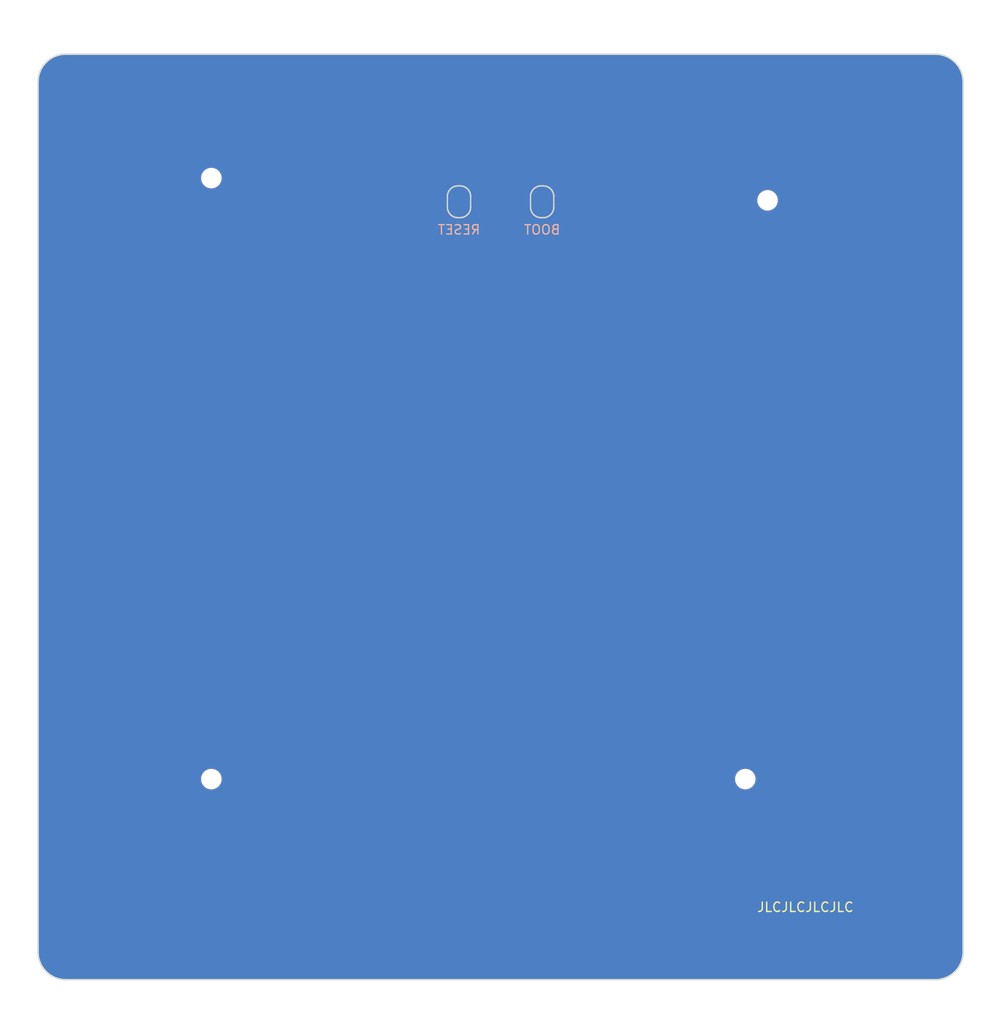
<source format=kicad_pcb>
(kicad_pcb (version 20221018) (generator pcbnew)
  (title_block (title "ISW-GEODE") (rev "1.0"))
  (layers (0 "F.Cu" signal) (31 "B.Cu" signal) (34 "B.Paste" user) (35 "F.Paste" user) (36 "B.SilkS" user "B.Silkscreen") (37 "F.SilkS" user "F.Silkscreen") (38 "B.Mask" user) (39 "F.Mask" user) (44 "Edge.Cuts" user))
  (net 0 "")
  (footprint "kbd_Hole:m2_Screw_Hole_EdgeCuts" (layer "F.Cu") (at 54.044945 102.7375)
    (fp_text reference "Ref04" hide)
    (fp_text value "Val01" hide)
    (fp_circle (center 0 0) (end 1.1 0) (stroke (width 0.01)) (fill none) (layer "Edge.Cuts"))
  )
  (footprint "kbd_Hole:m2_Screw_Hole_EdgeCuts" (layer "F.Cu") (at 111.194945 102.7375)
    (fp_text reference "Ref03" hide)
    (fp_text value "Val01" hide)
    (fp_circle (center 0 0) (end 1.1 0) (stroke (width 0.01)) (fill none) (layer "Edge.Cuts"))
  )
  (footprint "kbd_Hole:m2_Screw_Hole_EdgeCuts" (layer "F.Cu") (at 113.576245 40.825)
    (fp_text reference "Ref02" hide)
    (fp_text value "Val01" hide)
    (fp_circle (center 0 0) (end 1.1 0) (stroke (width 0.01)) (fill none) (layer "Edge.Cuts"))
  )
  (footprint "kbd_Hole:m2_Screw_Hole_EdgeCuts" (layer "F.Cu") (at 54.044945 38.4437)
    (fp_text reference "Ref01" hide)
    (fp_text value "Val01" hide)
    (fp_circle (center 0 0) (end 1.1 0) (stroke (width 0.01)) (fill none) (layer "Edge.Cuts"))
  )
  (gr_line (start 88.227689 41.773542) (end 88.217809 41.717803) (stroke (width 0.15)) (layer "Edge.Cuts"))
  (gr_line (start 79.306291 41.603501) (end 79.304525 41.545301) (stroke (width 0.15)) (layer "Edge.Cuts"))
  (gr_line (start 90.285428 42.419828) (end 90.242391 42.453345) (stroke (width 0.15)) (layer "Edge.Cuts"))
  (gr_line (start 81.791963 41.661008) (end 81.784906 41.717803) (stroke (width 0.15)) (layer "Edge.Cuts"))
  (gr_line (start 90.674882 41.773542) (end 90.662187 41.828221) (stroke (width 0.15)) (layer "Edge.Cuts"))
  (gr_line (start 88.948408 42.609626) (end 88.896901 42.589513) (stroke (width 0.15)) (layer "Edge.Cuts"))
  (gr_line (start 35.734415 122.379236) (end 35.681208 122.244387) (stroke (width 0.15)) (layer "Edge.Cuts"))
  (gr_line (start 80.892736 42.65548) (end 80.836995 42.665711) (stroke (width 0.15)) (layer "Edge.Cuts"))
  (gr_line (start 90.64702 41.882199) (end 90.62903 41.934764) (stroke (width 0.15)) (layer "Edge.Cuts"))
  (gr_line (start 89.680414 42.672769) (end 89.622911 42.676999) (stroke (width 0.15)) (layer "Edge.Cuts"))
  (gr_line (start 134.208683 122.51078) (end 134.143083 122.638832) (stroke (width 0.15)) (layer "Edge.Cuts"))
  (gr_line (start 89.222162 39.2847) (end 89.279664 39.280469) (stroke (width 0.15)) (layer "Edge.Cuts"))
  (gr_line (start 134.143083 26.748461) (end 134.208683 26.876516) (stroke (width 0.15)) (layer "Edge.Cuts"))
  (gr_line (start 80.048539 39.347494) (end 80.101102 39.329852) (stroke (width 0.15)) (layer "Edge.Cuts"))
  (gr_line (start 133.308412 123.603283) (end 133.191953 123.68612) (stroke (width 0.15)) (layer "Edge.Cuts"))
  (gr_line (start 38.018833 124.159393) (end 37.872629 124.133255) (stroke (width 0.15)) (layer "Edge.Cuts"))
  (gr_line (start 80.438005 42.678767) (end 80.379445 42.676999) (stroke (width 0.15)) (layer "Edge.Cuts"))
  (gr_line (start 80.265493 39.291757) (end 80.322294 39.2847) (stroke (width 0.15)) (layer "Edge.Cuts"))
  (gr_line (start 133.823288 123.112379) (end 133.729925 123.220164) (stroke (width 0.15)) (layer "Edge.Cuts"))
  (gr_line (start 79.498205 42.178887) (end 79.468923 42.132669) (stroke (width 0.15)) (layer "Edge.Cuts"))
  (gr_line (start 89.054948 42.642779) (end 89.00097 42.627616) (stroke (width 0.15)) (layer "Edge.Cuts"))
  (gr_line (start 36.179393 26.274911) (end 36.272769 26.167127) (stroke (width 0.15)) (layer "Edge.Cuts"))
  (gr_line (start 90.69217 41.661008) (end 90.684762 41.717803) (stroke (width 0.15)) (layer "Edge.Cuts"))
  (gr_line (start 80.836995 39.291757) (end 80.892736 39.301987) (stroke (width 0.15)) (layer "Edge.Cuts"))
  (gr_line (start 79.529954 39.734131) (end 79.563466 39.691442) (stroke (width 0.15)) (layer "Edge.Cuts"))
  (gr_line (start 89.954168 42.609626) (end 89.90125 42.627616) (stroke (width 0.15)) (layer "Edge.Cuts"))
  (gr_line (start 88.846811 39.390532) (end 88.896901 39.367955) (stroke (width 0.15)) (layer "Edge.Cuts"))
  (gr_line (start 36.474315 123.421702) (end 36.371146 123.323335) (stroke (width 0.15)) (layer "Edge.Cuts"))
  (gr_line (start 88.341279 39.872067) (end 88.368799 39.824444) (stroke (width 0.15)) (layer "Edge.Cuts"))
  (gr_line (start 37.183705 123.900578) (end 37.055649 123.834955) (stroke (width 0.15)) (layer "Edge.Cuts"))
  (gr_line (start 133.308412 25.78402) (end 133.420626 25.872218) (stroke (width 0.15)) (layer "Edge.Cuts"))
  (gr_line (start 79.340509 40.128891) (end 79.35568 40.075268) (stroke (width 0.15)) (layer "Edge.Cuts"))
  (gr_line (start 90.662187 40.128891) (end 90.674882 40.183926) (stroke (width 0.15)) (layer "Edge.Cuts"))
  (gr_line (start 79.563466 42.266027) (end 79.529954 42.223336) (stroke (width 0.15)) (layer "Edge.Cuts"))
  (gr_line (start 88.273546 40.022703) (end 88.293657 39.971205) (stroke (width 0.15)) (layer "Edge.Cuts"))
  (gr_line (start 132.273536 124.100069) (end 132.129831 124.133255) (stroke (width 0.15)) (layer "Edge.Cuts"))
  (gr_line (start 79.850625 42.514371) (end 79.804414 42.485093) (stroke (width 0.15)) (layer "Edge.Cuts"))
  (gr_line (start 131.684069 124.189773) (end 131.531222 124.193641) (stroke (width 0.15)) (layer "Edge.Cuts"))
  (gr_line (start 89.622911 39.280469) (end 89.680414 39.2847) (stroke (width 0.15)) (layer "Edge.Cuts"))
  (gr_line (start 88.20617 40.35361) (end 88.210401 40.296459) (stroke (width 0.15)) (layer "Edge.Cuts"))
  (gr_line (start 88.341279 42.085401) (end 88.316232 42.036357) (stroke (width 0.15)) (layer "Edge.Cuts"))
  (gr_line (start 36.810752 25.701185) (end 36.93126 25.623903) (stroke (width 0.15)) (layer "Edge.Cuts"))
  (gr_line (start 80.322294 39.2847) (end 80.379445 39.280469) (stroke (width 0.15)) (layer "Edge.Cuts"))
  (gr_line (start 90.560945 39.872067) (end 90.585992 39.921111) (stroke (width 0.15)) (layer "Edge.Cuts"))
  (gr_line (start 88.240388 41.828221) (end 88.227689 41.773542) (stroke (width 0.15)) (layer "Edge.Cuts"))
  (gr_line (start 36.179404 123.112379) (end 36.091205 123.000166) (stroke (width 0.15)) (layer "Edge.Cuts"))
  (gr_line (start 88.463338 42.266027) (end 88.429826 42.223336) (stroke (width 0.15)) (layer "Edge.Cuts"))
  (gr_line (start 90.662187 41.828221) (end 90.64702 41.882199) (stroke (width 0.15)) (layer "Edge.Cuts"))
  (gr_line (start 79.946939 42.566936) (end 79.897901 42.541888) (stroke (width 0.15)) (layer "Edge.Cuts"))
  (gr_line (start 133.528407 25.965593) (end 133.631569 26.063959) (stroke (width 0.15)) (layer "Edge.Cuts"))
  (gr_line (start 134.368061 122.106421) (end 134.321359 122.244387) (stroke (width 0.15)) (layer "Edge.Cuts"))
  (gr_line (start 88.210401 41.661008) (end 88.20617 41.603501) (stroke (width 0.15)) (layer "Edge.Cuts"))
  (gr_line (start 79.636846 42.346456) (end 79.599099 42.307302) (stroke (width 0.15)) (layer "Edge.Cuts"))
  (gr_line (start 79.35568 40.075268) (end 79.373319 40.022703) (stroke (width 0.15)) (layer "Edge.Cuts"))
  (gr_line (start 133.729925 26.167127) (end 133.823288 26.274911) (stroke (width 0.15)) (layer "Edge.Cuts"))
  (gr_line (start 79.32781 40.183926) (end 79.340509 40.128891) (stroke (width 0.15)) (layer "Edge.Cuts"))
  (gr_line (start 134.071556 26.624085) (end 134.143083 26.748461) (stroke (width 0.15)) (layer "Edge.Cuts"))
  (gr_line (start 131.983561 124.159393) (end 131.834911 124.178295) (stroke (width 0.15)) (layer "Edge.Cuts"))
  (gr_line (start 88.217809 41.717803) (end 88.210401 41.661008) (stroke (width 0.15)) (layer "Edge.Cuts"))
  (gr_line (start 90.152074 42.514371) (end 90.104452 42.541888) (stroke (width 0.15)) (layer "Edge.Cuts"))
  (gr_line (start 134.143083 122.638832) (end 134.071556 122.763205) (stroke (width 0.15)) (layer "Edge.Cuts"))
  (gr_line (start 88.368799 39.824444) (end 88.398076 39.778581) (stroke (width 0.15)) (layer "Edge.Cuts"))
  (gr_line (start 81.686132 39.921111) (end 81.708707 39.971205) (stroke (width 0.15)) (layer "Edge.Cuts"))
  (gr_line (start 81.204591 39.415578) (end 81.251863 39.443096) (stroke (width 0.15)) (layer "Edge.Cuts"))
  (gr_line (start 81.708707 41.986262) (end 81.686132 42.036357) (stroke (width 0.15)) (layer "Edge.Cuts"))
  (gr_line (start 79.636846 39.611013) (end 79.676004 39.573264) (stroke (width 0.15)) (layer "Edge.Cuts"))
  (gr_line (start 90.242391 39.504123) (end 90.285428 39.53764) (stroke (width 0.15)) (layer "Edge.Cuts"))
  (gr_line (start 88.463338 39.691442) (end 88.499322 39.650165) (stroke (width 0.15)) (layer "Edge.Cuts"))
  (gr_line (start 37.588066 25.327308) (end 37.72897 25.287264) (stroke (width 0.15)) (layer "Edge.Cuts"))
  (gr_line (start 88.797769 42.541888) (end 88.750497 42.514371) (stroke (width 0.15)) (layer "Edge.Cuts"))
  (gr_line (start 133.420626 123.515081) (end 133.308412 123.603283) (stroke (width 0.15)) (layer "Edge.Cuts"))
  (gr_line (start 81.298078 42.485093) (end 81.251863 42.514371) (stroke (width 0.15)) (layer "Edge.Cuts"))
  (gr_line (start 88.316232 42.036357) (end 88.293657 41.986262) (stroke (width 0.15)) (layer "Edge.Cuts"))
  (gr_line (start 79.897901 39.415578) (end 79.946939 39.390532) (stroke (width 0.15)) (layer "Edge.Cuts"))
  (gr_line (start 133.994291 26.503577) (end 134.071556 26.624085) (stroke (width 0.15)) (layer "Edge.Cuts"))
  (gr_line (start 134.441261 121.821886) (end 134.408091 121.965525) (stroke (width 0.15)) (layer "Edge.Cuts"))
  (gr_line (start 79.304525 41.545301) (end 79.304525 40.412174) (stroke (width 0.15)) (layer "Edge.Cuts"))
  (gr_line (start 81.746808 40.075268) (end 81.761976 40.128891) (stroke (width 0.15)) (layer "Edge.Cuts"))
  (gr_line (start 133.823288 26.274911) (end 133.911472 26.387123) (stroke (width 0.15)) (layer "Edge.Cuts"))
  (gr_line (start 134.268171 122.379236) (end 134.208683 122.51078) (stroke (width 0.15)) (layer "Edge.Cuts"))
  (gr_line (start 79.416356 39.921111) (end 79.441404 39.872067) (stroke (width 0.15)) (layer "Edge.Cuts"))
  (gr_line (start 81.251863 39.443096) (end 81.298078 39.472374) (stroke (width 0.15)) (layer "Edge.Cuts"))
  (gr_line (start 132.414489 25.327308) (end 132.552503 25.374028) (stroke (width 0.15)) (layer "Edge.Cuts"))
  (gr_line (start 80.836995 42.665711) (end 80.780198 42.672769) (stroke (width 0.15)) (layer "Edge.Cuts"))
  (gr_line (start 88.316232 39.921111) (end 88.341279 39.872067) (stroke (width 0.15)) (layer "Edge.Cuts"))
  (gr_line (start 90.326349 39.573264) (end 90.365857 39.611013) (stroke (width 0.15)) (layer "Edge.Cuts"))
  (gr_line (start 80.154725 39.314688) (end 80.209756 39.301987) (stroke (width 0.15)) (layer "Edge.Cuts"))
  (gr_line (start 35.535122 27.711649) (end 35.561257 27.565444) (stroke (width 0.15)) (layer "Edge.Cuts"))
  (gr_line (start 36.27278 123.220164) (end 36.179404 123.112379) (stroke (width 0.15)) (layer "Edge.Cuts"))
  (gr_line (start 131.531222 25.1937) (end 131.684069 25.197568) (stroke (width 0.15)) (layer "Edge.Cuts"))
  (gr_line (start 35.634488 122.106421) (end 35.594443 121.965525) (stroke (width 0.15)) (layer "Edge.Cuts"))
  (gr_line (start 81.572542 42.223336) (end 81.539022 42.266027) (stroke (width 0.15)) (layer "Edge.Cuts"))
  (gr_line (start 36.582086 25.872218) (end 36.694298 25.78402) (stroke (width 0.15)) (layer "Edge.Cuts"))
  (gr_line (start 81.784906 40.239664) (end 81.791963 40.296459) (stroke (width 0.15)) (layer "Edge.Cuts"))
  (gr_line (start 38.318161 25.197568) (end 38.470917 25.1937) (stroke (width 0.15)) (layer "Edge.Cuts"))
  (gr_line (start 90.104452 39.415578) (end 90.152074 39.443096) (stroke (width 0.15)) (layer "Edge.Cuts"))
  (gr_line (start 79.393781 41.986262) (end 79.373319 41.934764) (stroke (width 0.15)) (layer "Edge.Cuts"))
  (gr_line (start 90.403257 39.650165) (end 90.438882 39.691442) (stroke (width 0.15)) (layer "Edge.Cuts"))
  (gr_line (start 79.310525 41.661008) (end 79.306291 41.603501) (stroke (width 0.15)) (layer "Edge.Cuts"))
  (gr_line (start 81.155553 42.566936) (end 81.105459 42.589513) (stroke (width 0.15)) (layer "Edge.Cuts"))
  (gr_line (start 81.796193 41.603501) (end 81.791963 41.661008) (stroke (width 0.15)) (layer "Edge.Cuts"))
  (gr_line (start 90.69217 40.296459) (end 90.696401 40.35361) (stroke (width 0.15)) (layer "Edge.Cuts"))
  (gr_line (start 80.780198 42.672769) (end 80.72305 42.676999) (stroke (width 0.15)) (layer "Edge.Cuts"))
  (gr_line (start 89.792951 42.65548) (end 89.737211 42.665711) (stroke (width 0.15)) (layer "Edge.Cuts"))
  (gr_line (start 79.416356 42.036357) (end 79.393781 41.986262) (stroke (width 0.15)) (layer "Edge.Cuts"))
  (gr_line (start 88.660188 42.453345) (end 88.617151 42.419828) (stroke (width 0.15)) (layer "Edge.Cuts"))
  (gr_line (start 79.32781 41.773542) (end 79.317579 41.717803) (stroke (width 0.15)) (layer "Edge.Cuts"))
  (gr_line (start 81.342531 42.453345) (end 81.298078 42.485093) (stroke (width 0.15)) (layer "Edge.Cuts"))
  (gr_line (start 35.500878 121.223647) (end 35.500878 28.163739) (stroke (width 0.15)) (layer "Edge.Cuts"))
  (gr_line (start 80.780198 39.2847) (end 80.836995 39.291757) (stroke (width 0.15)) (layer "Edge.Cuts"))
  (gr_line (start 81.661085 39.872067) (end 81.686132 39.921111) (stroke (width 0.15)) (layer "Edge.Cuts"))
  (gr_line (start 134.497747 28.010984) (end 134.501612 28.163739) (stroke (width 0.15)) (layer "Edge.Cuts"))
  (gr_line (start 80.379445 42.676999) (end 80.322294 42.672769) (stroke (width 0.15)) (layer "Edge.Cuts"))
  (gr_line (start 90.403257 42.307302) (end 90.365857 42.346456) (stroke (width 0.15)) (layer "Edge.Cuts"))
  (gr_line (start 133.071434 123.763407) (end 132.947043 123.834955) (stroke (width 0.15)) (layer "Edge.Cuts"))
  (gr_line (start 36.371134 26.063959) (end 36.474302 25.965593) (stroke (width 0.15)) (layer "Edge.Cuts"))
  (gr_line (start 36.810766 123.68612) (end 36.694312 123.603283) (stroke (width 0.15)) (layer "Edge.Cuts"))
  (gr_line (start 35.931086 122.763205) (end 35.859541 122.638832) (stroke (width 0.15)) (layer "Edge.Cuts"))
  (gr_line (start 38.167402 25.209045) (end 38.318161 25.197568) (stroke (width 0.15)) (layer "Edge.Cuts"))
  (gr_line (start 79.759965 39.504123) (end 79.804414 39.472374) (stroke (width 0.15)) (layer "Edge.Cuts"))
  (gr_line (start 81.46565 42.346456) (end 81.426496 42.384204) (stroke (width 0.15)) (layer "Edge.Cuts"))
  (gr_line (start 80.101102 42.627616) (end 80.048539 42.609626) (stroke (width 0.15)) (layer "Edge.Cuts"))
  (gr_line (start 88.273546 41.934764) (end 88.255555 41.882199) (stroke (width 0.15)) (layer "Edge.Cuts"))
  (gr_line (start 81.503396 42.307302) (end 81.46565 42.346456) (stroke (width 0.15)) (layer "Edge.Cuts"))
  (gr_line (start 90.696401 40.35361) (end 90.697812 40.412174) (stroke (width 0.15)) (layer "Edge.Cuts"))
  (gr_line (start 90.585992 42.036357) (end 90.560945 42.085401) (stroke (width 0.15)) (layer "Edge.Cuts"))
  (gr_line (start 90.197938 39.472374) (end 90.242391 39.504123) (stroke (width 0.15)) (layer "Edge.Cuts"))
  (gr_line (start 79.498205 39.778581) (end 79.529954 39.734131) (stroke (width 0.15)) (layer "Edge.Cuts"))
  (gr_line (start 90.152074 39.443096) (end 90.197938 39.472374) (stroke (width 0.15)) (layer "Edge.Cuts"))
  (gr_line (start 90.326349 42.384204) (end 90.285428 42.419828) (stroke (width 0.15)) (layer "Edge.Cuts"))
  (gr_line (start 90.438882 42.266027) (end 90.403257 42.307302) (stroke (width 0.15)) (layer "Edge.Cuts"))
  (gr_line (start 133.911472 26.387123) (end 133.994291 26.503577) (stroke (width 0.15)) (layer "Edge.Cuts"))
  (gr_line (start 134.497747 121.376385) (end 134.486276 121.527129) (stroke (width 0.15)) (layer "Edge.Cuts"))
  (gr_line (start 79.850625 39.443096) (end 79.897901 39.415578) (stroke (width 0.15)) (layer "Edge.Cuts"))
  (gr_line (start 134.071556 122.763205) (end 133.994291 122.883712) (stroke (width 0.15)) (layer "Edge.Cuts"))
  (gr_line (start 80.209756 42.65548) (end 80.154725 42.642779) (stroke (width 0.15)) (layer "Edge.Cuts"))
  (gr_line (start 81.746808 41.882199) (end 81.729169 41.934764) (stroke (width 0.15)) (layer "Edge.Cuts"))
  (gr_line (start 133.071434 25.623903) (end 133.191953 25.701185) (stroke (width 0.15)) (layer "Edge.Cuts"))
  (gr_line (start 79.717275 39.53764) (end 79.759965 39.504123) (stroke (width 0.15)) (layer "Edge.Cuts"))
  (gr_line (start 88.575876 42.384204) (end 88.536718 42.346456) (stroke (width 0.15)) (layer "Edge.Cuts"))
  (gr_line (start 79.717275 42.419828) (end 79.676004 42.384204) (stroke (width 0.15)) (layer "Edge.Cuts"))
  (gr_line (start 90.684762 40.239664) (end 90.69217 40.296459) (stroke (width 0.15)) (layer "Edge.Cuts"))
  (gr_line (start 88.293657 41.986262) (end 88.273546 41.934764) (stroke (width 0.15)) (layer "Edge.Cuts"))
  (gr_line (start 81.774675 41.773542) (end 81.761976 41.828221) (stroke (width 0.15)) (layer "Edge.Cuts"))
  (gr_line (start 79.441404 42.085401) (end 79.416356 42.036357) (stroke (width 0.15)) (layer "Edge.Cuts"))
  (gr_line (start 88.217809 40.239664) (end 88.227689 40.183926) (stroke (width 0.15)) (layer "Edge.Cuts"))
  (gr_line (start 88.896901 39.367955) (end 88.948408 39.347494) (stroke (width 0.15)) (layer "Edge.Cuts"))
  (gr_line (start 90.674882 40.183926) (end 90.684762 40.239664) (stroke (width 0.15)) (layer "Edge.Cuts"))
  (gr_line (start 89.279664 42.676999) (end 89.222162 42.672769) (stroke (width 0.15)) (layer "Edge.Cuts"))
  (gr_line (start 89.622911 42.676999) (end 89.564351 42.678767) (stroke (width 0.15)) (layer "Edge.Cuts"))
  (gr_line (start 81.539022 42.266027) (end 81.503396 42.307302) (stroke (width 0.15)) (layer "Edge.Cuts"))
  (gr_line (start 80.154725 42.642779) (end 80.101102 42.627616) (stroke (width 0.15)) (layer "Edge.Cuts"))
  (gr_line (start 79.373319 41.934764) (end 79.35568 41.882199) (stroke (width 0.15)) (layer "Edge.Cuts"))
  (gr_line (start 90.055768 39.390532) (end 90.104452 39.415578) (stroke (width 0.15)) (layer "Edge.Cuts"))
  (gr_line (start 134.486276 121.527129) (end 134.467384 121.675692) (stroke (width 0.15)) (layer "Edge.Cuts"))
  (gr_line (start 79.99703 42.589513) (end 79.946939 42.566936) (stroke (width 0.15)) (layer "Edge.Cuts"))
  (gr_line (start 81.539022 39.691442) (end 81.572542 39.734131) (stroke (width 0.15)) (layer "Edge.Cuts"))
  (gr_line (start 89.00097 39.329852) (end 89.054948 39.314688) (stroke (width 0.15)) (layer "Edge.Cuts"))
  (gr_line (start 88.227689 40.183926) (end 88.240388 40.128891) (stroke (width 0.15)) (layer "Edge.Cuts"))
  (gr_line (start 80.947774 42.642779) (end 80.892736 42.65548) (stroke (width 0.15)) (layer "Edge.Cuts"))
  (gr_line (start 88.204408 41.545301) (end 88.204408 40.412174) (stroke (width 0.15)) (layer "Edge.Cuts"))
  (gr_line (start 88.617151 42.419828) (end 88.575876 42.384204) (stroke (width 0.15)) (layer "Edge.Cuts"))
  (gr_line (start 35.634486 27.280891) (end 35.681205 27.142918) (stroke (width 0.15)) (layer "Edge.Cuts"))
  (gr_line (start 90.62903 40.022703) (end 90.64702 40.075268) (stroke (width 0.15)) (layer "Edge.Cuts"))
  (gr_line (start 88.398076 39.778581) (end 88.429826 39.734131) (stroke (width 0.15)) (layer "Edge.Cuts"))
  (gr_line (start 80.438005 39.2787) (end 80.664487 39.2787) (stroke (width 0.15)) (layer "Edge.Cuts"))
  (gr_line (start 90.608568 41.986262) (end 90.585992 42.036357) (stroke (width 0.15)) (layer "Edge.Cuts"))
  (gr_line (start 81.686132 42.036357) (end 81.661085 42.085401) (stroke (width 0.15)) (layer "Edge.Cuts"))
  (gr_line (start 37.872629 124.133255) (end 37.728981 124.100069) (stroke (width 0.15)) (layer "Edge.Cuts"))
  (gr_line (start 79.804414 39.472374) (end 79.850625 39.443096) (stroke (width 0.15)) (layer "Edge.Cuts"))
  (gr_line (start 90.533784 42.132669) (end 90.504148 42.178887) (stroke (width 0.15)) (layer "Edge.Cuts"))
  (gr_line (start 37.728981 124.100069) (end 37.588078 124.060021) (stroke (width 0.15)) (layer "Edge.Cuts"))
  (gr_line (start 79.946939 39.390532) (end 79.99703 39.367955) (stroke (width 0.15)) (layer "Edge.Cuts"))
  (gr_line (start 90.533784 39.824444) (end 90.560945 39.872067) (stroke (width 0.15)) (layer "Edge.Cuts"))
  (gr_line (start 35.504746 28.010984) (end 35.516223 27.860225) (stroke (width 0.15)) (layer "Edge.Cuts"))
  (gr_line (start 81.729169 41.934764) (end 81.708707 41.986262) (stroke (width 0.15)) (layer "Edge.Cuts"))
  (gr_line (start 133.911472 123.000166) (end 133.823288 123.112379) (stroke (width 0.15)) (layer "Edge.Cuts"))
  (gr_line (start 35.793922 122.51078) (end 35.734415 122.379236) (stroke (width 0.15)) (layer "Edge.Cuts"))
  (gr_line (start 89.737211 42.665711) (end 89.680414 42.672769) (stroke (width 0.15)) (layer "Edge.Cuts"))
  (gr_line (start 81.784906 41.717803) (end 81.774675 41.773542) (stroke (width 0.15)) (layer "Edge.Cuts"))
  (gr_line (start 90.560945 42.085401) (end 90.533784 42.132669) (stroke (width 0.15)) (layer "Edge.Cuts"))
  (gr_line (start 81.053956 39.347494) (end 81.105459 39.367955) (stroke (width 0.15)) (layer "Edge.Cuts"))
  (gr_line (start 80.664487 39.2787) (end 80.72305 39.280469) (stroke (width 0.15)) (layer "Edge.Cuts"))
  (gr_line (start 37.055649 123.834955) (end 36.931274 123.763407) (stroke (width 0.15)) (layer "Edge.Cuts"))
  (gr_line (start 131.834911 25.209045) (end 131.983561 25.227945) (stroke (width 0.15)) (layer "Edge.Cuts"))
  (gr_line (start 133.420626 25.872218) (end 133.528407 25.965593) (stroke (width 0.15)) (layer "Edge.Cuts"))
  (gr_line (start 89.279664 39.280469) (end 89.337869 39.2787) (stroke (width 0.15)) (layer "Edge.Cuts"))
  (gr_line (start 89.054948 39.314688) (end 89.109628 39.301987) (stroke (width 0.15)) (layer "Edge.Cuts"))
  (gr_line (start 88.398076 42.178887) (end 88.368799 42.132669) (stroke (width 0.15)) (layer "Edge.Cuts"))
  (gr_line (start 80.209756 39.301987) (end 80.265493 39.291757) (stroke (width 0.15)) (layer "Edge.Cuts"))
  (gr_line (start 132.687391 123.960088) (end 132.552503 124.013298) (stroke (width 0.15)) (layer "Edge.Cuts"))
  (gr_line (start 88.704282 42.485093) (end 88.660188 42.453345) (stroke (width 0.15)) (layer "Edge.Cuts"))
  (gr_line (start 80.947774 39.314688) (end 81.00139 39.329852) (stroke (width 0.15)) (layer "Edge.Cuts"))
  (gr_line (start 132.129831 124.133255) (end 131.983561 124.159393) (stroke (width 0.15)) (layer "Edge.Cuts"))
  (gr_line (start 88.896901 42.589513) (end 88.846811 42.566936) (stroke (width 0.15)) (layer "Edge.Cuts"))
  (gr_line (start 35.516223 121.527129) (end 35.504746 121.376385) (stroke (width 0.15)) (layer "Edge.Cuts"))
  (gr_line (start 79.317579 41.717803) (end 79.310525 41.661008) (stroke (width 0.15)) (layer "Edge.Cuts"))
  (gr_line (start 90.684762 41.717803) (end 90.674882 41.773542) (stroke (width 0.15)) (layer "Edge.Cuts"))
  (gr_line (start 134.501612 28.163739) (end 134.501612 121.223647) (stroke (width 0.15)) (layer "Edge.Cuts"))
  (gr_line (start 132.414489 124.060021) (end 132.273536 124.100069) (stroke (width 0.15)) (layer "Edge.Cuts"))
  (gr_line (start 35.859541 122.638832) (end 35.793922 122.51078) (stroke (width 0.15)) (layer "Edge.Cuts"))
  (gr_line (start 88.204408 40.412174) (end 88.20617 40.35361) (stroke (width 0.15)) (layer "Edge.Cuts"))
  (gr_line (start 89.564351 42.678767) (end 89.337869 42.678767) (stroke (width 0.15)) (layer "Edge.Cuts"))
  (gr_line (start 79.529954 42.223336) (end 79.498205 42.178887) (stroke (width 0.15)) (layer "Edge.Cuts"))
  (gr_line (start 80.892736 39.301987) (end 80.947774 39.314688) (stroke (width 0.15)) (layer "Edge.Cuts"))
  (gr_line (start 79.340509 41.828221) (end 79.32781 41.773542) (stroke (width 0.15)) (layer "Edge.Cuts"))
  (gr_line (start 90.472749 42.223336) (end 90.438882 42.266027) (stroke (width 0.15)) (layer "Edge.Cuts"))
  (gr_line (start 36.582099 123.515081) (end 36.474315 123.421702) (stroke (width 0.15)) (layer "Edge.Cuts"))
  (gr_line (start 134.268171 27.008064) (end 134.321359 27.142918) (stroke (width 0.15)) (layer "Edge.Cuts"))
  (gr_line (start 79.35568 41.882199) (end 79.340509 41.828221) (stroke (width 0.15)) (layer "Edge.Cuts"))
  (gr_line (start 81.503396 39.650165) (end 81.539022 39.691442) (stroke (width 0.15)) (layer "Edge.Cuts"))
  (gr_line (start 89.00097 42.627616) (end 88.948408 42.609626) (stroke (width 0.15)) (layer "Edge.Cuts"))
  (gr_line (start 79.563466 39.691442) (end 79.599099 39.650165) (stroke (width 0.15)) (layer "Edge.Cuts"))
  (gr_line (start 90.504148 39.778581) (end 90.533784 39.824444) (stroke (width 0.15)) (layer "Edge.Cuts"))
  (gr_line (start 90.242391 42.453345) (end 90.197938 42.485093) (stroke (width 0.15)) (layer "Edge.Cuts"))
  (gr_line (start 81.633565 39.824444) (end 81.661085 39.872067) (stroke (width 0.15)) (layer "Edge.Cuts"))
  (gr_line (start 88.536718 39.611013) (end 88.575876 39.573264) (stroke (width 0.15)) (layer "Edge.Cuts"))
  (gr_line (start 38.318164 124.189773) (end 38.167407 124.178295) (stroke (width 0.15)) (layer "Edge.Cuts"))
  (gr_line (start 36.272769 26.167127) (end 36.371134 26.063959) (stroke (width 0.15)) (layer "Edge.Cuts"))
  (gr_line (start 90.608568 39.971205) (end 90.62903 40.022703) (stroke (width 0.15)) (layer "Edge.Cuts"))
  (gr_line (start 81.298078 39.472374) (end 81.342531 39.504123) (stroke (width 0.15)) (layer "Edge.Cuts"))
  (gr_line (start 81.426496 42.384204) (end 81.385217 42.419828) (stroke (width 0.15)) (layer "Edge.Cuts"))
  (gr_line (start 35.594443 121.965525) (end 35.561259 121.821886) (stroke (width 0.15)) (layer "Edge.Cuts"))
  (gr_line (start 89.109628 42.65548) (end 89.054948 42.642779) (stroke (width 0.15)) (layer "Edge.Cuts"))
  (gr_line (start 88.750497 39.443096) (end 88.797769 39.415578) (stroke (width 0.15)) (layer "Edge.Cuts"))
  (gr_line (start 90.005319 39.367955) (end 90.055768 39.390532) (stroke (width 0.15)) (layer "Edge.Cuts"))
  (gr_line (start 38.470917 124.193641) (end 38.318164 124.189773) (stroke (width 0.15)) (layer "Edge.Cuts"))
  (gr_line (start 37.450106 124.013298) (end 37.315253 123.960088) (stroke (width 0.15)) (layer "Edge.Cuts"))
  (gr_line (start 89.737211 39.291757) (end 89.792951 39.301987) (stroke (width 0.15)) (layer "Edge.Cuts"))
  (gr_line (start 81.426496 39.573264) (end 81.46565 39.611013) (stroke (width 0.15)) (layer "Edge.Cuts"))
  (gr_line (start 81.633565 42.132669) (end 81.604287 42.178887) (stroke (width 0.15)) (layer "Edge.Cuts"))
  (gr_line (start 81.604287 39.778581) (end 81.633565 39.824444) (stroke (width 0.15)) (layer "Edge.Cuts"))
  (gr_line (start 89.792951 39.301987) (end 89.847631 39.314688) (stroke (width 0.15)) (layer "Edge.Cuts"))
  (gr_line (start 90.365857 39.611013) (end 90.403257 39.650165) (stroke (width 0.15)) (layer "Edge.Cuts"))
  (gr_line (start 81.385217 42.419828) (end 81.342531 42.453345) (stroke (width 0.15)) (layer "Edge.Cuts"))
  (gr_line (start 36.008361 26.503577) (end 36.091195 26.387123) (stroke (width 0.15)) (layer "Edge.Cuts"))
  (gr_line (start 37.872619 25.25408) (end 38.018826 25.227945) (stroke (width 0.15)) (layer "Edge.Cuts"))
  (gr_line (start 80.048539 42.609626) (end 79.99703 42.589513) (stroke (width 0.15)) (layer "Edge.Cuts"))
  (gr_line (start 35.859535 26.748461) (end 35.931079 26.624085) (stroke (width 0.15)) (layer "Edge.Cuts"))
  (gr_line (start 134.408091 121.965525) (end 134.368061 122.106421) (stroke (width 0.15)) (layer "Edge.Cuts"))
  (gr_line (start 37.450093 25.374028) (end 37.588066 25.327308) (stroke (width 0.15)) (layer "Edge.Cuts"))
  (gr_line (start 81.385217 39.53764) (end 81.426496 39.573264) (stroke (width 0.15)) (layer "Edge.Cuts"))
  (gr_line (start 133.528407 123.421702) (end 133.420626 123.515081) (stroke (width 0.15)) (layer "Edge.Cuts"))
  (gr_line (start 133.729925 123.220164) (end 133.631569 123.323335) (stroke (width 0.15)) (layer "Edge.Cuts"))
  (gr_line (start 79.317579 40.239664) (end 79.32781 40.183926) (stroke (width 0.15)) (layer "Edge.Cuts"))
  (gr_line (start 134.321359 27.142918) (end 134.368061 27.280891) (stroke (width 0.15)) (layer "Edge.Cuts"))
  (gr_line (start 79.676004 39.573264) (end 79.717275 39.53764) (stroke (width 0.15)) (layer "Edge.Cuts"))
  (gr_line (start 37.315239 25.427234) (end 37.450093 25.374028) (stroke (width 0.15)) (layer "Edge.Cuts"))
  (gr_line (start 132.552503 124.013298) (end 132.414489 124.060021) (stroke (width 0.15)) (layer "Edge.Cuts"))
  (gr_line (start 88.536718 42.346456) (end 88.499322 42.307302) (stroke (width 0.15)) (layer "Edge.Cuts"))
  (gr_line (start 35.561259 121.821886) (end 35.535123 121.675692) (stroke (width 0.15)) (layer "Edge.Cuts"))
  (gr_line (start 79.468923 39.824444) (end 79.498205 39.778581) (stroke (width 0.15)) (layer "Edge.Cuts"))
  (gr_line (start 88.575876 39.573264) (end 88.617151 39.53764) (stroke (width 0.15)) (layer "Edge.Cuts"))
  (gr_line (start 36.931274 123.763407) (end 36.810766 123.68612) (stroke (width 0.15)) (layer "Edge.Cuts"))
  (gr_line (start 79.310525 40.296459) (end 79.317579 40.239664) (stroke (width 0.15)) (layer "Edge.Cuts"))
  (gr_line (start 81.204591 42.541888) (end 81.155553 42.566936) (stroke (width 0.15)) (layer "Edge.Cuts"))
  (gr_line (start 89.680414 39.2847) (end 89.737211 39.291757) (stroke (width 0.15)) (layer "Edge.Cuts"))
  (gr_line (start 79.441404 39.872067) (end 79.468923 39.824444) (stroke (width 0.15)) (layer "Edge.Cuts"))
  (gr_line (start 79.304525 40.412174) (end 79.306291 40.35361) (stroke (width 0.15)) (layer "Edge.Cuts"))
  (gr_line (start 88.255555 40.075268) (end 88.273546 40.022703) (stroke (width 0.15)) (layer "Edge.Cuts"))
  (gr_line (start 89.847631 39.314688) (end 89.90125 39.329852) (stroke (width 0.15)) (layer "Edge.Cuts"))
  (gr_line (start 90.64702 40.075268) (end 90.662187 40.128891) (stroke (width 0.15)) (layer "Edge.Cuts"))
  (gr_line (start 89.90125 39.329852) (end 89.954168 39.347494) (stroke (width 0.15)) (layer "Edge.Cuts"))
  (gr_line (start 90.62903 41.934764) (end 90.608568 41.986262) (stroke (width 0.15)) (layer "Edge.Cuts"))
  (gr_line (start 89.222162 42.672769) (end 89.165365 42.665711) (stroke (width 0.15)) (layer "Edge.Cuts"))
  (gr_line (start 88.368799 42.132669) (end 88.341279 42.085401) (stroke (width 0.15)) (layer "Edge.Cuts"))
  (gr_line (start 134.408091 27.421795) (end 134.441261 27.565444) (stroke (width 0.15)) (layer "Edge.Cuts"))
  (gr_line (start 35.504746 121.376385) (end 35.500878 121.223647) (stroke (width 0.15)) (layer "Edge.Cuts"))
  (gr_line (start 90.104452 42.541888) (end 90.055768 42.566936) (stroke (width 0.15)) (layer "Edge.Cuts"))
  (gr_line (start 132.552503 25.374028) (end 132.687391 25.427234) (stroke (width 0.15)) (layer "Edge.Cuts"))
  (gr_line (start 36.93126 25.623903) (end 37.055635 25.552358) (stroke (width 0.15)) (layer "Edge.Cuts"))
  (gr_line (start 80.72305 42.676999) (end 80.664487 42.678767) (stroke (width 0.15)) (layer "Edge.Cuts"))
  (gr_line (start 89.165365 42.665711) (end 89.109628 42.65548) (stroke (width 0.15)) (layer "Edge.Cuts"))
  (gr_line (start 79.373319 40.022703) (end 79.393781 39.971205) (stroke (width 0.15)) (layer "Edge.Cuts"))
  (gr_line (start 132.818967 25.48674) (end 132.947043 25.552358) (stroke (width 0.15)) (layer "Edge.Cuts"))
  (gr_line (start 88.429826 39.734131) (end 88.463338 39.691442) (stroke (width 0.15)) (layer "Edge.Cuts"))
  (gr_line (start 134.486276 27.860225) (end 134.497747 28.010984) (stroke (width 0.15)) (layer "Edge.Cuts"))
  (gr_line (start 133.631569 26.063959) (end 133.729925 26.167127) (stroke (width 0.15)) (layer "Edge.Cuts"))
  (gr_line (start 90.055768 42.566936) (end 90.005319 42.589513) (stroke (width 0.15)) (layer "Edge.Cuts"))
  (gr_line (start 81.572542 39.734131) (end 81.604287 39.778581) (stroke (width 0.15)) (layer "Edge.Cuts"))
  (gr_line (start 81.00139 39.329852) (end 81.053956 39.347494) (stroke (width 0.15)) (layer "Edge.Cuts"))
  (gr_line (start 37.183691 25.48674) (end 37.315239 25.427234) (stroke (width 0.15)) (layer "Edge.Cuts"))
  (gr_line (start 88.617151 39.53764) (end 88.660188 39.504123) (stroke (width 0.15)) (layer "Edge.Cuts"))
  (gr_line (start 35.500878 28.163739) (end 35.504746 28.010984) (stroke (width 0.15)) (layer "Edge.Cuts"))
  (gr_line (start 81.661085 42.085401) (end 81.633565 42.132669) (stroke (width 0.15)) (layer "Edge.Cuts"))
  (gr_line (start 35.561257 27.565444) (end 35.594441 27.421795) (stroke (width 0.15)) (layer "Edge.Cuts"))
  (gr_line (start 36.371146 123.323335) (end 36.27278 123.220164) (stroke (width 0.15)) (layer "Edge.Cuts"))
  (gr_line (start 133.631569 123.323335) (end 133.528407 123.421702) (stroke (width 0.15)) (layer "Edge.Cuts"))
  (gr_line (start 89.847631 42.642779) (end 89.792951 42.65548) (stroke (width 0.15)) (layer "Edge.Cuts"))
  (gr_line (start 35.793916 26.876516) (end 35.859535 26.748461) (stroke (width 0.15)) (layer "Edge.Cuts"))
  (gr_line (start 89.337869 39.2787) (end 89.564351 39.2787) (stroke (width 0.15)) (layer "Edge.Cuts"))
  (gr_line (start 88.293657 39.971205) (end 88.316232 39.921111) (stroke (width 0.15)) (layer "Edge.Cuts"))
  (gr_line (start 79.468923 42.132669) (end 79.441404 42.085401) (stroke (width 0.15)) (layer "Edge.Cuts"))
  (gr_line (start 36.091205 123.000166) (end 36.00837 122.883712) (stroke (width 0.15)) (layer "Edge.Cuts"))
  (gr_line (start 79.393781 39.971205) (end 79.416356 39.921111) (stroke (width 0.15)) (layer "Edge.Cuts"))
  (gr_line (start 35.681208 122.244387) (end 35.634488 122.106421) (stroke (width 0.15)) (layer "Edge.Cuts"))
  (gr_line (start 80.664487 42.678767) (end 80.438005 42.678767) (stroke (width 0.15)) (layer "Edge.Cuts"))
  (gr_line (start 131.834911 124.178295) (end 131.684069 124.189773) (stroke (width 0.15)) (layer "Edge.Cuts"))
  (gr_line (start 133.191953 123.68612) (end 133.071434 123.763407) (stroke (width 0.15)) (layer "Edge.Cuts"))
  (gr_line (start 37.72897 25.287264) (end 37.872619 25.25408) (stroke (width 0.15)) (layer "Edge.Cuts"))
  (gr_line (start 80.322294 42.672769) (end 80.265493 42.665711) (stroke (width 0.15)) (layer "Edge.Cuts"))
  (gr_line (start 132.947043 123.834955) (end 132.818967 123.900578) (stroke (width 0.15)) (layer "Edge.Cuts"))
  (gr_line (start 132.129831 25.25408) (end 132.273536 25.287264) (stroke (width 0.15)) (layer "Edge.Cuts"))
  (gr_line (start 88.499322 39.650165) (end 88.536718 39.611013) (stroke (width 0.15)) (layer "Edge.Cuts"))
  (gr_line (start 89.90125 42.627616) (end 89.847631 42.642779) (stroke (width 0.15)) (layer "Edge.Cuts"))
  (gr_line (start 89.954168 39.347494) (end 90.005319 39.367955) (stroke (width 0.15)) (layer "Edge.Cuts"))
  (gr_line (start 79.897901 42.541888) (end 79.850625 42.514371) (stroke (width 0.15)) (layer "Edge.Cuts"))
  (gr_line (start 35.73441 27.008064) (end 35.793916 26.876516) (stroke (width 0.15)) (layer "Edge.Cuts"))
  (gr_line (start 37.055635 25.552358) (end 37.183691 25.48674) (stroke (width 0.15)) (layer "Edge.Cuts"))
  (gr_line (start 80.72305 39.280469) (end 80.780198 39.2847) (stroke (width 0.15)) (layer "Edge.Cuts"))
  (gr_line (start 38.167407 124.178295) (end 38.018833 124.159393) (stroke (width 0.15)) (layer "Edge.Cuts"))
  (gr_line (start 88.499322 42.307302) (end 88.463338 42.266027) (stroke (width 0.15)) (layer "Edge.Cuts"))
  (gr_line (start 38.470986 25.1937) (end 131.531152 25.1937) (stroke (width 0.15)) (layer "Edge.Cuts"))
  (gr_line (start 90.472749 39.734131) (end 90.504148 39.778581) (stroke (width 0.15)) (layer "Edge.Cuts"))
  (gr_line (start 88.797769 39.415578) (end 88.846811 39.390532) (stroke (width 0.15)) (layer "Edge.Cuts"))
  (gr_line (start 88.704282 39.472374) (end 88.750497 39.443096) (stroke (width 0.15)) (layer "Edge.Cuts"))
  (gr_line (start 89.165365 39.291757) (end 89.222162 39.2847) (stroke (width 0.15)) (layer "Edge.Cuts"))
  (gr_line (start 88.255555 41.882199) (end 88.240388 41.828221) (stroke (width 0.15)) (layer "Edge.Cuts"))
  (gr_line (start 37.315253 123.960088) (end 37.183705 123.900578) (stroke (width 0.15)) (layer "Edge.Cuts"))
  (gr_line (start 132.947043 25.552358) (end 133.071434 25.623903) (stroke (width 0.15)) (layer "Edge.Cuts"))
  (gr_line (start 36.474302 25.965593) (end 36.582086 25.872218) (stroke (width 0.15)) (layer "Edge.Cuts"))
  (gr_line (start 134.467384 121.675692) (end 134.441261 121.821886) (stroke (width 0.15)) (layer "Edge.Cuts"))
  (gr_line (start 81.604287 42.178887) (end 81.572542 42.223336) (stroke (width 0.15)) (layer "Edge.Cuts"))
  (gr_line (start 81.251863 42.514371) (end 81.204591 42.541888) (stroke (width 0.15)) (layer "Edge.Cuts"))
  (gr_line (start 131.983561 25.227945) (end 132.129831 25.25408) (stroke (width 0.15)) (layer "Edge.Cuts"))
  (gr_line (start 88.240388 40.128891) (end 88.255555 40.075268) (stroke (width 0.15)) (layer "Edge.Cuts"))
  (gr_line (start 81.155553 39.390532) (end 81.204591 39.415578) (stroke (width 0.15)) (layer "Edge.Cuts"))
  (gr_line (start 81.342531 39.504123) (end 81.385217 39.53764) (stroke (width 0.15)) (layer "Edge.Cuts"))
  (gr_line (start 38.018826 25.227945) (end 38.167402 25.209045) (stroke (width 0.15)) (layer "Edge.Cuts"))
  (gr_line (start 90.005319 42.589513) (end 89.954168 42.609626) (stroke (width 0.15)) (layer "Edge.Cuts"))
  (gr_line (start 79.306291 40.35361) (end 79.310525 40.296459) (stroke (width 0.15)) (layer "Edge.Cuts"))
  (gr_line (start 134.501612 121.223647) (end 134.497747 121.376385) (stroke (width 0.15)) (layer "Edge.Cuts"))
  (gr_line (start 90.697812 41.545301) (end 90.696401 41.603501) (stroke (width 0.15)) (layer "Edge.Cuts"))
  (gr_line (start 90.504148 42.178887) (end 90.472749 42.223336) (stroke (width 0.15)) (layer "Edge.Cuts"))
  (gr_line (start 90.285428 39.53764) (end 90.326349 39.573264) (stroke (width 0.15)) (layer "Edge.Cuts"))
  (gr_line (start 90.696401 41.603501) (end 90.69217 41.661008) (stroke (width 0.15)) (layer "Edge.Cuts"))
  (gr_line (start 35.516223 27.860225) (end 35.535122 27.711649) (stroke (width 0.15)) (layer "Edge.Cuts"))
  (gr_line (start 131.531222 124.193641) (end 38.470917 124.193641) (stroke (width 0.15)) (layer "Edge.Cuts"))
  (gr_line (start 81.105459 39.367955) (end 81.155553 39.390532) (stroke (width 0.15)) (layer "Edge.Cuts"))
  (gr_line (start 134.368061 27.280891) (end 134.408091 27.421795) (stroke (width 0.15)) (layer "Edge.Cuts"))
  (gr_line (start 35.681205 27.142918) (end 35.73441 27.008064) (stroke (width 0.15)) (layer "Edge.Cuts"))
  (gr_line (start 81.774675 40.183926) (end 81.784906 40.239664) (stroke (width 0.15)) (layer "Edge.Cuts"))
  (gr_line (start 81.729169 40.022703) (end 81.746808 40.075268) (stroke (width 0.15)) (layer "Edge.Cuts"))
  (gr_line (start 79.759965 42.453345) (end 79.717275 42.419828) (stroke (width 0.15)) (layer "Edge.Cuts"))
  (gr_line (start 134.467384 27.711649) (end 134.486276 27.860225) (stroke (width 0.15)) (layer "Edge.Cuts"))
  (gr_line (start 79.99703 39.367955) (end 80.048539 39.347494) (stroke (width 0.15)) (layer "Edge.Cuts"))
  (gr_line (start 81.708707 39.971205) (end 81.729169 40.022703) (stroke (width 0.15)) (layer "Edge.Cuts"))
  (gr_line (start 79.599099 39.650165) (end 79.636846 39.611013) (stroke (width 0.15)) (layer "Edge.Cuts"))
  (gr_line (start 80.379445 39.280469) (end 80.438005 39.2787) (stroke (width 0.15)) (layer "Edge.Cuts"))
  (gr_line (start 81.761976 41.828221) (end 81.746808 41.882199) (stroke (width 0.15)) (layer "Edge.Cuts"))
  (gr_line (start 88.210401 40.296459) (end 88.217809 40.239664) (stroke (width 0.15)) (layer "Edge.Cuts"))
  (gr_line (start 133.994291 122.883712) (end 133.911472 123.000166) (stroke (width 0.15)) (layer "Edge.Cuts"))
  (gr_line (start 134.208683 26.876516) (end 134.268171 27.008064) (stroke (width 0.15)) (layer "Edge.Cuts"))
  (gr_line (start 88.660188 39.504123) (end 88.704282 39.472374) (stroke (width 0.15)) (layer "Edge.Cuts"))
  (gr_line (start 35.931079 26.624085) (end 36.008361 26.503577) (stroke (width 0.15)) (layer "Edge.Cuts"))
  (gr_line (start 81.053956 42.609626) (end 81.00139 42.627616) (stroke (width 0.15)) (layer "Edge.Cuts"))
  (gr_line (start 88.20617 41.603501) (end 88.204408 41.545301) (stroke (width 0.15)) (layer "Edge.Cuts"))
  (gr_line (start 81.46565 39.611013) (end 81.503396 39.650165) (stroke (width 0.15)) (layer "Edge.Cuts"))
  (gr_line (start 36.694312 123.603283) (end 36.582099 123.515081) (stroke (width 0.15)) (layer "Edge.Cuts"))
  (gr_line (start 81.00139 42.627616) (end 80.947774 42.642779) (stroke (width 0.15)) (layer "Edge.Cuts"))
  (gr_line (start 79.804414 42.485093) (end 79.759965 42.453345) (stroke (width 0.15)) (layer "Edge.Cuts"))
  (gr_line (start 134.441261 27.565444) (end 134.467384 27.711649) (stroke (width 0.15)) (layer "Edge.Cuts"))
  (gr_line (start 36.091195 26.387123) (end 36.179393 26.274911) (stroke (width 0.15)) (layer "Edge.Cuts"))
  (gr_line (start 89.564351 39.2787) (end 89.622911 39.280469) (stroke (width 0.15)) (layer "Edge.Cuts"))
  (gr_line (start 90.365857 42.346456) (end 90.326349 42.384204) (stroke (width 0.15)) (layer "Edge.Cuts"))
  (gr_line (start 79.599099 42.307302) (end 79.563466 42.266027) (stroke (width 0.15)) (layer "Edge.Cuts"))
  (gr_line (start 81.796193 40.35361) (end 81.797963 40.412174) (stroke (width 0.15)) (layer "Edge.Cuts"))
  (gr_line (start 80.265493 42.665711) (end 80.209756 42.65548) (stroke (width 0.15)) (layer "Edge.Cuts"))
  (gr_line (start 90.585992 39.921111) (end 90.608568 39.971205) (stroke (width 0.15)) (layer "Edge.Cuts"))
  (gr_line (start 79.676004 42.384204) (end 79.636846 42.346456) (stroke (width 0.15)) (layer "Edge.Cuts"))
  (gr_line (start 88.429826 42.223336) (end 88.398076 42.178887) (stroke (width 0.15)) (layer "Edge.Cuts"))
  (gr_line (start 89.337869 42.678767) (end 89.279664 42.676999) (stroke (width 0.15)) (layer "Edge.Cuts"))
  (gr_line (start 88.948408 39.347494) (end 89.00097 39.329852) (stroke (width 0.15)) (layer "Edge.Cuts"))
  (gr_line (start 88.750497 42.514371) (end 88.704282 42.485093) (stroke (width 0.15)) (layer "Edge.Cuts"))
  (gr_line (start 89.109628 39.301987) (end 89.165365 39.291757) (stroke (width 0.15)) (layer "Edge.Cuts"))
  (gr_line (start 35.594441 27.421795) (end 35.634486 27.280891) (stroke (width 0.15)) (layer "Edge.Cuts"))
  (gr_line (start 132.273536 25.287264) (end 132.414489 25.327308) (stroke (width 0.15)) (layer "Edge.Cuts"))
  (gr_line (start 132.687391 25.427234) (end 132.818967 25.48674) (stroke (width 0.15)) (layer "Edge.Cuts"))
  (gr_line (start 90.697812 40.412174) (end 90.697812 41.545301) (stroke (width 0.15)) (layer "Edge.Cuts"))
  (gr_line (start 134.321359 122.244387) (end 134.268171 122.379236) (stroke (width 0.15)) (layer "Edge.Cuts"))
  (gr_line (start 88.846811 42.566936) (end 88.797769 42.541888) (stroke (width 0.15)) (layer "Edge.Cuts"))
  (gr_line (start 81.105459 42.589513) (end 81.053956 42.609626) (stroke (width 0.15)) (layer "Edge.Cuts"))
  (gr_line (start 131.684069 25.197568) (end 131.834911 25.209045) (stroke (width 0.15)) (layer "Edge.Cuts"))
  (gr_line (start 90.197938 42.485093) (end 90.152074 42.514371) (stroke (width 0.15)) (layer "Edge.Cuts"))
  (gr_line (start 81.797963 41.545301) (end 81.796193 41.603501) (stroke (width 0.15)) (layer "Edge.Cuts"))
  (gr_line (start 132.818967 123.900578) (end 132.687391 123.960088) (stroke (width 0.15)) (layer "Edge.Cuts"))
  (gr_line (start 80.101102 39.329852) (end 80.154725 39.314688) (stroke (width 0.15)) (layer "Edge.Cuts"))
  (gr_line (start 81.761976 40.128891) (end 81.774675 40.183926) (stroke (width 0.15)) (layer "Edge.Cuts"))
  (gr_line (start 36.694298 25.78402) (end 36.810752 25.701185) (stroke (width 0.15)) (layer "Edge.Cuts"))
  (gr_line (start 35.535123 121.675692) (end 35.516223 121.527129) (stroke (width 0.15)) (layer "Edge.Cuts"))
  (gr_line (start 36.00837 122.883712) (end 35.931086 122.763205) (stroke (width 0.15)) (layer "Edge.Cuts"))
  (gr_line (start 37.588078 124.060021) (end 37.450106 124.013298) (stroke (width 0.15)) (layer "Edge.Cuts"))
  (gr_line (start 90.438882 39.691442) (end 90.472749 39.734131) (stroke (width 0.15)) (layer "Edge.Cuts"))
  (gr_line (start 81.791963 40.296459) (end 81.796193 40.35361) (stroke (width 0.15)) (layer "Edge.Cuts"))
  (gr_line (start 133.191953 25.701185) (end 133.308412 25.78402) (stroke (width 0.15)) (layer "Edge.Cuts"))
  (gr_line (start 81.797963 40.412174) (end 81.797963 41.545301) (stroke (width 0.15)) (layer "Edge.Cuts"))
  (gr_text "BOOT" (at 89.451082 44.557286) (layer "B.SilkS") (effects (font (size 1 1)) (justify bottom mirror)))
  (gr_text "RESET" (at 80.551065 44.557286) (layer "B.SilkS") (effects (font (size 1 1)) (justify bottom mirror)))
  (gr_text "JLCJLCJLCJLC" (at 112.38562 117.025) (layer "F.SilkS") (effects (font (size 1 1)) (justify left bottom)))
  (zone (net 0) (net_name "") (layers "F&B.Cu") (connect_pads (clearance 0.5)) (min_thickness 0.25) (fill yes (thermal_gap 0.5) (thermal_bridge_width 0.5) (island_removal_mode 1) (island_area_min 10))
    (polygon (pts (xy 31.42312 19.39375) (xy 138.57937 19.39375) (xy 138.57937 128.93125) (xy 31.42312 128.93125)))
  )
)
</source>
